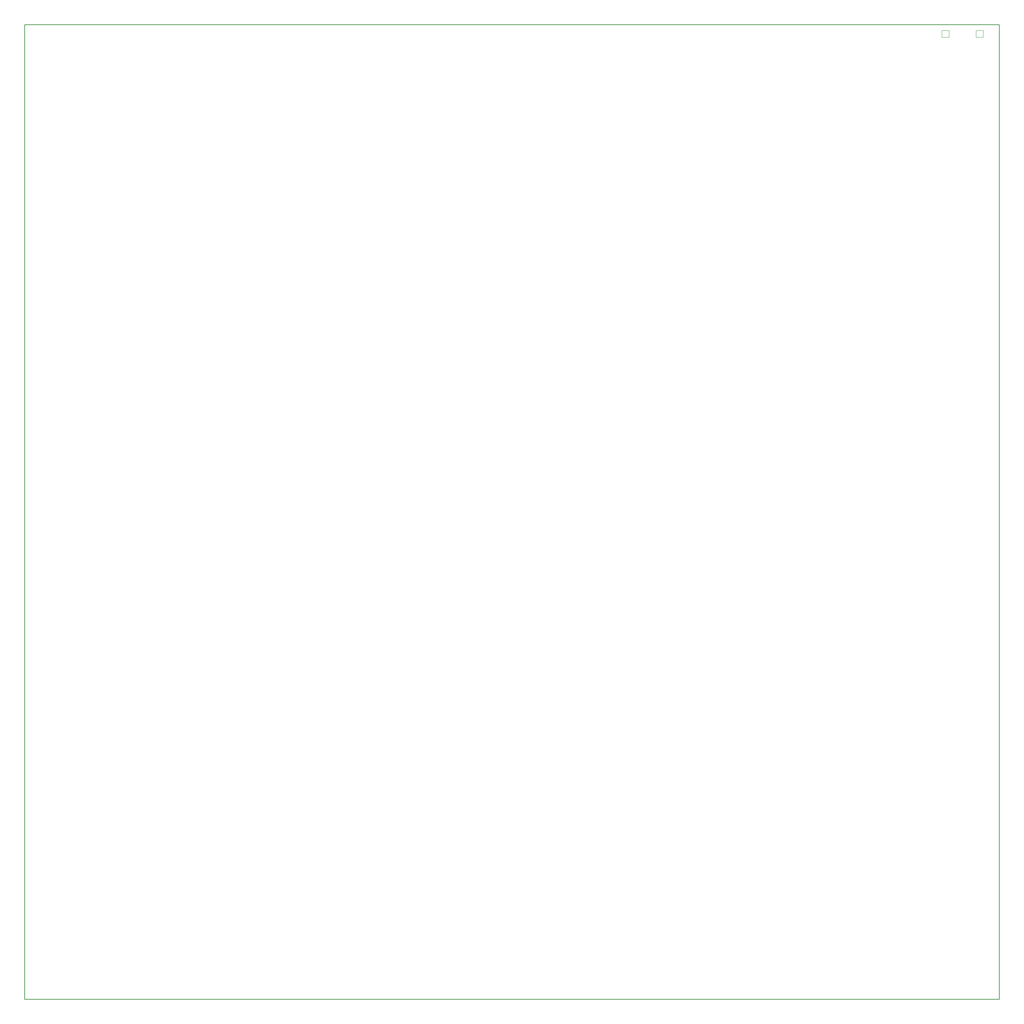
<source format=gbr>
%TF.GenerationSoftware,KiCad,Pcbnew,8.0.6*%
%TF.CreationDate,2025-05-26T10:20:57-05:00*%
%TF.ProjectId,CortexPC,436f7274-6578-4504-932e-6b696361645f,V0.5*%
%TF.SameCoordinates,Original*%
%TF.FileFunction,Profile,NP*%
%FSLAX46Y46*%
G04 Gerber Fmt 4.6, Leading zero omitted, Abs format (unit mm)*
G04 Created by KiCad (PCBNEW 8.0.6) date 2025-05-26 10:20:57*
%MOMM*%
%LPD*%
G01*
G04 APERTURE LIST*
%TA.AperFunction,Profile*%
%ADD10C,0.200000*%
%TD*%
%TA.AperFunction,Profile*%
%ADD11C,0.010000*%
%TD*%
G04 APERTURE END LIST*
D10*
X32758400Y-19652000D02*
X276758400Y-19652000D01*
X276758400Y-263652000D01*
X32758400Y-263652000D01*
X32758400Y-19652000D01*
D11*
%TO.C,J9*%
X262362800Y-21116400D02*
X262362800Y-22816400D01*
X262362800Y-22816400D02*
X264162800Y-22816400D01*
X264162800Y-21116400D02*
X262362800Y-21116400D01*
X264162800Y-22816400D02*
X264162800Y-21116400D01*
X270862800Y-21116400D02*
X270862800Y-22816400D01*
X270862800Y-22816400D02*
X272662800Y-22816400D01*
X272662800Y-21116400D02*
X270862800Y-21116400D01*
X272662800Y-22816400D02*
X272662800Y-21116400D01*
%TD*%
M02*

</source>
